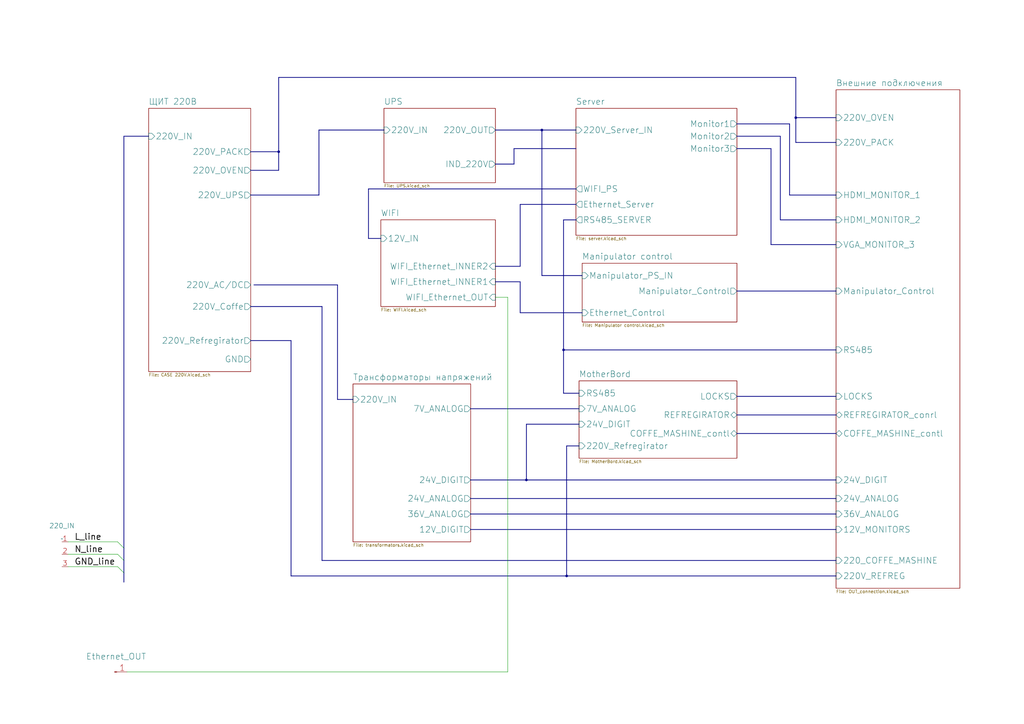
<source format=kicad_sch>
(kicad_sch (version 20231120) (generator "eeschema") (generator_version "8.0")
  (paper "A3")
  (lib_symbols
    (symbol "Connector:Conn_01x01_Pin" (pin_names (offset 1.016) hide)
      (property "Reference" "J" (at 0 6.604 0))
      (property "Value" "Conn_01x01_Pin" (at 0 -2.54 0))
      (symbol "Conn_01x01_Pin_1_1"
        (polyline (pts (xy 1.27 0) (xy 0.8636 0)) (stroke (width 0.1524)))
        (rectangle (start 0.8636 0.127) (end 0 -0.127) (stroke (width 0.1524)) (fill (type outline)))
        (pin passive line (at 5.08 0 180) (length 3.81) (name "Pin_1") (number "1"))
      )
    )
    (symbol "Connector:Conn_01x03_(wide)"
      (property "Reference" "J" (at 0 0 0))
      (symbol "Conn_01x03_(wide)_1_1"
        (pin input line (at -2.54 -5.08 0) (length 2.54) (name "") (number "1"))
        (pin input line (at -2.54 -10.16 0) (length 2.54) (name "") (number "2"))
        (pin input line (at -2.54 -15.24 0) (length 2.54) (name "") (number "3"))
      )
    )
  )
  (junction (at 114.3 62.23))
  (junction (at 222.25 53.34))
  (junction (at 326.39 48.26))
  (junction (at 232.41 236.22))
  (junction (at 231.14 143.51))
  (junction (at 215.9 196.85))
  (bus_entry (at 48.26 227.33) (size 2.54 2.54))
  (bus_entry (at 48.26 232.41) (size 2.54 2.54))
  (bus_entry (at 48.26 222.25) (size 2.54 2.54))
  (bus (pts (xy 114.3 31.75) (xy 326.39 31.75)))
  (bus (pts (xy 231.14 90.17) (xy 231.14 143.51)))
  (bus (pts (xy 213.36 115.57) (xy 213.36 128.27)))
  (bus (pts (xy 342.9 58.42) (xy 326.39 58.42)))
  (bus (pts (xy 50.8 55.88) (xy 60.96 55.88)))
  (bus (pts (xy 138.43 116.84) (xy 138.43 163.83)))
  (bus (pts (xy 236.22 53.34) (xy 222.25 53.34)))
  (bus (pts (xy 302.26 177.8) (xy 342.9 177.8)))
  (bus (pts (xy 132.08 125.73) (xy 132.08 229.87)))
  (bus (pts (xy 236.22 90.17) (xy 231.14 90.17)))
  (bus (pts (xy 232.41 182.88) (xy 237.49 182.88)))
  (bus (pts (xy 156.21 97.79) (xy 151.13 97.79)))
  (bus (pts (xy 104.14 116.84) (xy 138.43 116.84)))
  (bus (pts (xy 130.81 53.34) (xy 157.48 53.34)))
  (bus (pts (xy 114.3 69.85) (xy 114.3 62.23)))
  (bus (pts (xy 316.23 60.96) (xy 316.23 100.33)))
  (bus (pts (xy 119.38 236.22) (xy 119.38 139.7)))
  (bus (pts (xy 102.87 80.01) (xy 130.81 80.01)))
  (bus (pts (xy 210.82 60.96) (xy 236.22 60.96)))
  (bus (pts (xy 203.2 115.57) (xy 213.36 115.57)))
  (wire (pts (xy 208.28 121.92) (xy 203.2 121.92)))
  (wire (pts (xy 27.94 222.25) (xy 48.26 222.25)))
  (bus (pts (xy 193.04 217.17) (xy 342.9 217.17)))
  (bus (pts (xy 326.39 58.42) (xy 326.39 48.26)))
  (bus (pts (xy 215.9 173.99) (xy 237.49 173.99)))
  (bus (pts (xy 102.87 125.73) (xy 132.08 125.73)))
  (bus (pts (xy 302.26 55.88) (xy 320.04 55.88)))
  (bus (pts (xy 130.81 80.01) (xy 130.81 53.34)))
  (bus (pts (xy 193.04 167.64) (xy 237.49 167.64)))
  (bus (pts (xy 193.04 210.82) (xy 342.9 210.82)))
  (bus (pts (xy 50.8 229.87) (xy 50.8 224.79)))
  (bus (pts (xy 203.2 109.22) (xy 213.36 109.22)))
  (wire (pts (xy 27.94 227.33) (xy 48.26 227.33)))
  (bus (pts (xy 50.8 234.95) (xy 50.8 229.87)))
  (wire (pts (xy 27.94 232.41) (xy 48.26 232.41)))
  (bus (pts (xy 231.14 161.29) (xy 237.49 161.29)))
  (bus (pts (xy 316.23 100.33) (xy 342.9 100.33)))
  (bus (pts (xy 342.9 236.22) (xy 232.41 236.22)))
  (bus (pts (xy 203.2 53.34) (xy 222.25 53.34)))
  (bus (pts (xy 326.39 48.26) (xy 326.39 31.75)))
  (bus (pts (xy 138.43 163.83) (xy 144.78 163.83)))
  (wire (pts (xy 208.28 275.59) (xy 208.28 121.92)))
  (bus (pts (xy 213.36 128.27) (xy 238.76 128.27)))
  (bus (pts (xy 102.87 62.23) (xy 114.3 62.23)))
  (wire (pts (xy 52.07 275.59) (xy 208.28 275.59)))
  (bus (pts (xy 193.04 196.85) (xy 215.9 196.85)))
  (bus (pts (xy 302.26 162.56) (xy 342.9 162.56)))
  (bus (pts (xy 151.13 77.47) (xy 151.13 97.79)))
  (bus (pts (xy 342.9 170.18) (xy 302.26 170.18)))
  (bus (pts (xy 231.14 143.51) (xy 342.9 143.51)))
  (bus (pts (xy 119.38 139.7) (xy 102.87 139.7)))
  (bus (pts (xy 323.85 50.8) (xy 323.85 80.01)))
  (bus (pts (xy 50.8 238.76) (xy 50.8 234.95)))
  (bus (pts (xy 213.36 83.82) (xy 236.22 83.82)))
  (bus (pts (xy 302.26 50.8) (xy 323.85 50.8)))
  (bus (pts (xy 215.9 196.85) (xy 215.9 173.99)))
  (bus (pts (xy 302.26 60.96) (xy 316.23 60.96)))
  (bus (pts (xy 302.26 119.38) (xy 342.9 119.38)))
  (bus (pts (xy 320.04 90.17) (xy 342.9 90.17)))
  (bus (pts (xy 213.36 109.22) (xy 213.36 83.82)))
  (bus (pts (xy 50.8 224.79) (xy 50.8 55.88)))
  (bus (pts (xy 323.85 80.01) (xy 342.9 80.01)))
  (bus (pts (xy 232.41 236.22) (xy 119.38 236.22)))
  (bus (pts (xy 222.25 53.34) (xy 222.25 113.03)))
  (bus (pts (xy 231.14 143.51) (xy 231.14 161.29)))
  (bus (pts (xy 320.04 55.88) (xy 320.04 90.17)))
  (bus (pts (xy 236.22 77.47) (xy 151.13 77.47)))
  (bus (pts (xy 210.82 67.31) (xy 210.82 60.96)))
  (bus (pts (xy 114.3 62.23) (xy 114.3 31.75)))
  (bus (pts (xy 132.08 229.87) (xy 342.9 229.87)))
  (bus (pts (xy 215.9 196.85) (xy 342.9 196.85)))
  (bus (pts (xy 102.87 69.85) (xy 114.3 69.85)))
  (bus (pts (xy 193.04 204.47) (xy 342.9 204.47)))
  (bus (pts (xy 203.2 67.31) (xy 210.82 67.31)))
  (bus (pts (xy 222.25 113.03) (xy 238.76 113.03)))
  (bus (pts (xy 232.41 236.22) (xy 232.41 182.88)))
  (bus (pts (xy 342.9 48.26) (xy 326.39 48.26)))
  (label "GND_line" (at 30.48 232.41 0) (effects (font (size 2.5 2.5) (thickness 0.3125))))
  (label "N_line" (at 30.48 227.33 0) (effects (font (size 2.5 2.5) (thickness 0.3125))))
  (label "L_line" (at 30.48 222.25 0) (effects (font (size 2.5 2.5) (thickness 0.3125))))
  (symbol (lib_id "Connector:Conn_01x01_Pin") (at 46.99 275.59 0) (unit 1)
    (property "Reference" "Ethernet_OUT" (at 47.625 269.24 0) (effects (font (size 2.5 2.5))))
    (property "Value" "Conn_01x01_Pin" (effects (hide yes)))
    (property "Description" "Generic connector, single row, 01x01, script generated" (effects (hide yes)))
  )
  (symbol (lib_id "Connector:Conn_01x03_(wide)") (at 25.4 217.17 0) (mirror y) (unit 1)
    (property "Reference" "220_IN" (at 25.4 215.646 0) (effects (font (size 2 2))))
    (property "Value" "~" (at 25.4 220.98 0))
  )
  (sheet (at 237.49 156.21) (size 64.77 31.75) (stroke (width 0.1524))
    (property "Sheetname" "MotherBord" (at 237.49 154.8834 0) (effects (font (size 2.5 2.5)) (justify left bottom)))
    (property "Sheetfile" "MotherBord.kicad_sch" (at 237.49 188.5446 0) (effects (justify left top)))
    (pin "7V_ANALOG" input (at 237.49 167.64 180) (effects (font (size 2.5 2.5))))
    (pin "LOCKS" output (at 302.26 162.56 0) (effects (font (size 2.5 2.5))))
    (pin "RS485" input (at 237.49 161.29 180) (effects (font (size 2.5 2.5))))
    (pin "24V_DIGIT" input (at 237.49 173.99 180) (effects (font (size 2.5 2.5))))
    (pin "REFREGIRATOR" bidirectional (at 302.26 170.18 0) (effects (font (size 2.5 2.5))))
    (pin "220V_Refregirator" input (at 237.49 182.88 180) (effects (font (size 2.5 2.5))))
    (pin "COFFE_MASHINE_contl" bidirectional (at 302.26 177.8 0) (effects (font (size 2.5 2.5))))
  )
  (sheet (at 236.22 44.45) (size 66.04 52.07) (stroke (width 0.1524))
    (property "Sheetname" "Server" (at 236.22 43.1234 0) (effects (font (size 2.5 2.5)) (justify left bottom)))
    (property "Sheetfile" "server.kicad_sch" (at 236.22 97.1046 0) (effects (justify left top)))
    (pin "220V_Server_IN" input (at 236.22 53.34 180) (effects (font (size 2.5 2.5))))
    (pin "Ethernet_Server" output (at 236.22 83.82 180) (effects (font (size 2.5 2.5))))
    (pin "Monitor1" output (at 302.26 50.8 0) (effects (font (size 2.5 2.5))))
    (pin "Monitor2" output (at 302.26 55.88 0) (effects (font (size 2.5 2.5))))
    (pin "Monitor3" output (at 302.26 60.96 0) (effects (font (size 2.5 2.5))))
    (pin "RS485_SERVER" output (at 236.22 90.17 180) (effects (font (size 2.5 2.5))))
    (pin "WIFI_PS" output (at 236.22 77.47 180) (effects (font (size 2.5 2.5))))
  )
  (sheet (at 157.48 44.45) (size 45.72 30.48) (stroke (width 0.1524))
    (property "Sheetname" "UPS" (at 157.48 43.1234 0) (effects (font (size 2.5 2.5)) (justify left bottom)))
    (property "Sheetfile" "UPS.kicad_sch" (at 157.48 75.5146 0) (effects (justify left top)))
    (pin "220V_IN" input (at 157.48 53.34 180) (effects (font (size 2.5 2.5))))
    (pin "220V_OUT" output (at 203.2 53.34 0) (effects (font (size 2.5 2.5))))
    (pin "IND_220V" output (at 203.2 67.31 0) (effects (font (size 2.5 2.5))))
  )
  (sheet (at 156.21 90.17) (size 46.99 35.56) (stroke (width 0.1524))
    (property "Sheetname" "WIFI" (at 156.21 88.8434 0) (effects (font (size 2.5 2.5)) (justify left bottom)))
    (property "Sheetfile" "WIFI.kicad_sch" (at 156.21 126.3146 0) (effects (justify left top)))
    (pin "12V_IN" input (at 156.21 97.79 180) (effects (font (size 2.5 2.5))))
    (pin "WIFI_Ethernet_OUT" input (at 203.2 121.92 0) (effects (font (size 2.5 2.5))))
    (pin "WIFI_Ethernet_INNER1" input (at 203.2 115.57 0) (effects (font (size 2.5 2.5))))
    (pin "WIFI_Ethernet_INNER2" input (at 203.2 109.22 0) (effects (font (size 2.5 2.5))))
  )
  (sheet (at 238.76 107.95) (size 63.5 24.13) (stroke (width 0.1524))
    (property "Sheetname" "Manipulator control" (at 238.76 106.6234 0) (effects (font (size 2.5 2.5)) (justify left bottom)))
    (property "Sheetfile" "Manipulator control.kicad_sch" (at 238.76 132.6646 0) (effects (justify left top)))
    (pin "Manipulator_PS_IN" input (at 238.76 113.03 180) (effects (font (size 2.5 2.5))))
    (pin "Ethernet_Control" input (at 238.76 128.27 180) (effects (font (size 2.5 2.5))))
    (pin "Manipulator_Control" output (at 302.26 119.38 0) (effects (font (size 2.5 2.5))))
  )
  (sheet (at 144.78 157.48) (size 48.26 64.77) (stroke (width 0.1524))
    (property "Sheetname" "Трансформаторы напряжений" (at 144.78 156.1534 0) (effects (font (size 2.5 2.5)) (justify left bottom)))
    (property "Sheetfile" "transformators.kicad_sch" (at 144.78 222.8346 0) (effects (justify left top)))
    (pin "220V_IN" input (at 144.78 163.83 180) (effects (font (size 2.5 2.5))))
    (pin "24V_DIGIT" output (at 193.04 196.85 0) (effects (font (size 2.5 2.5))))
    (pin "36V_ANALOG" output (at 193.04 210.82 0) (effects (font (size 2.5 2.5))))
    (pin "24V_ANALOG" output (at 193.04 204.47 0) (effects (font (size 2.5 2.5))))
    (pin "12V_DIGIT" output (at 193.04 217.17 0) (effects (font (size 2.5 2.5))))
    (pin "7V_ANALOG" output (at 193.04 167.64 0) (effects (font (size 2.5 2.5))))
  )
  (sheet (at 342.9 36.83) (size 50.8 204.47) (stroke (width 0.1524))
    (property "Sheetname" "Внешние подключения" (at 342.9 35.5034 0) (effects (font (size 2.5 2.5)) (justify left bottom)))
    (property "Sheetfile" "OUT_connection.kicad_sch" (at 342.9 241.8846 0) (effects (justify left top)))
    (pin "RS485" input (at 342.9 143.51 180) (effects (font (size 2.5 2.5))))
    (pin "24V_DIGIT" input (at 342.9 196.85 180) (effects (font (size 2.5 2.5))))
    (pin "36V_ANALOG" input (at 342.9 210.82 180) (effects (font (size 2.5 2.5))))
    (pin "24V_ANALOG" input (at 342.9 204.47 180) (effects (font (size 2.5 2.5))))
    (pin "220V_PACK" input (at 342.9 58.42 180) (effects (font (size 2.5 2.5))))
    (pin "220V_OVEN" input (at 342.9 48.26 180) (effects (font (size 2.5 2.5))))
    (pin "12V_MONITORS" input (at 342.9 217.17 180) (effects (font (size 2.5 2.5))))
    (pin "HDMI_MONITOR_1" input (at 342.9 80.01 180) (effects (font (size 2.5 2.5))))
    (pin "HDMI_MONITOR_2" input (at 342.9 90.17 180) (effects (font (size 2.5 2.5))))
    (pin "VGA_MONITOR_3" input (at 342.9 100.33 180) (effects (font (size 2.5 2.5))))
    (pin "Manipulator_Control" input (at 342.9 119.38 180) (effects (font (size 2.5 2.5))))
    (pin "LOCKS" input (at 342.9 162.56 180) (effects (font (size 2.5 2.5))))
    (pin "REFREGIRATOR_conrl" bidirectional (at 342.9 170.18 180) (effects (font (size 2.5 2.5))))
    (pin "220V_REFREG" input (at 342.9 236.22 180) (effects (font (size 2.5 2.5))))
    (pin "220_COFFE_MASHINE" input (at 342.9 229.87 180) (effects (font (size 2.5 2.5))))
    (pin "COFFE_MASHINE_contl" bidirectional (at 342.9 177.8 180) (effects (font (size 2.5 2.5))))
  )
  (sheet (at 60.96 44.45) (size 41.91 107.95) (stroke (width 0.1524))
    (property "Sheetname" "ЩИТ 220В" (at 60.96 43.1234 0) (effects (font (size 2.5 2.5)) (justify left bottom)))
    (property "Sheetfile" "CASE 220V.kicad_sch" (at 60.96 152.9846 0) (effects (justify left top)))
    (pin "220V_IN" input (at 60.96 55.88 180) (effects (font (size 2.5 2.5))))
    (pin "220V_Refregirator" output (at 102.87 139.7 0) (effects (font (size 2.5 2.5))))
    (pin "220V_OVEN" output (at 102.87 69.85 0) (effects (font (size 2.5 2.5))))
    (pin "220V_PACK" output (at 102.87 62.23 0) (effects (font (size 2.5 2.5))))
    (pin "220V_AC{slash}DC" output (at 102.87 116.84 0) (effects (font (size 2.5 2.5))))
    (pin "220V_Coffe" output (at 102.87 125.73 0) (effects (font (size 2.5 2.5))))
    (pin "220V_UPS" output (at 102.87 80.01 0) (effects (font (size 2.5 2.5))))
    (pin "GND" output (at 102.87 147.32 0) (effects (font (size 2.5 2.5))))
  )
)
</source>
